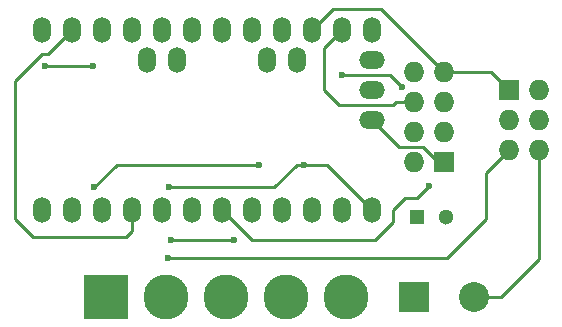
<source format=gtl>
G04 #@! TF.FileFunction,Copper,L1,Top,Signal*
%FSLAX46Y46*%
G04 Gerber Fmt 4.6, Leading zero omitted, Abs format (unit mm)*
G04 Created by KiCad (PCBNEW 4.0.2-stable) date 01.11.2016 20:23:11*
%MOMM*%
G01*
G04 APERTURE LIST*
%ADD10C,0.100000*%
%ADD11O,1.501140X2.199640*%
%ADD12O,2.199640X1.501140*%
%ADD13O,1.727200X1.727200*%
%ADD14R,1.727200X1.727200*%
%ADD15R,1.300000X1.300000*%
%ADD16C,1.300000*%
%ADD17C,3.810000*%
%ADD18R,3.810000X3.810000*%
%ADD19R,2.540000X2.540000*%
%ADD20C,2.540000*%
%ADD21C,0.600000*%
%ADD22C,0.250000*%
G04 APERTURE END LIST*
D10*
D11*
X127000000Y-74930000D03*
X129540000Y-74930000D03*
X107950000Y-87630000D03*
X110490000Y-87630000D03*
X113030000Y-87630000D03*
X115570000Y-87630000D03*
X118110000Y-87630000D03*
X120650000Y-87630000D03*
X123190000Y-87630000D03*
X125730000Y-87630000D03*
X128270000Y-87630000D03*
X130810000Y-87630000D03*
X133350000Y-87630000D03*
X135890000Y-87630000D03*
X135890000Y-72390000D03*
X133350000Y-72390000D03*
X130810000Y-72390000D03*
X128270000Y-72390000D03*
X125730000Y-72390000D03*
X123190000Y-72390000D03*
X120650000Y-72390000D03*
X118110000Y-72390000D03*
X115570000Y-72390000D03*
X113030000Y-72390000D03*
X110490000Y-72390000D03*
X107950000Y-72390000D03*
X119380000Y-74930000D03*
X116840000Y-74930000D03*
D12*
X135890000Y-74930000D03*
X135890000Y-77470000D03*
X135890000Y-80010000D03*
D13*
X141986000Y-75946000D03*
X139446000Y-75946000D03*
X141986000Y-78486000D03*
X139446000Y-78486000D03*
X141986000Y-81026000D03*
X139446000Y-81026000D03*
D14*
X141986000Y-83566000D03*
D13*
X139446000Y-83566000D03*
D15*
X139700000Y-88265000D03*
D16*
X142200000Y-88265000D03*
D17*
X118420000Y-95000000D03*
X123500000Y-95000000D03*
D18*
X113340000Y-95000000D03*
D17*
X128580000Y-95000000D03*
X133660000Y-95000000D03*
D19*
X139460000Y-95000000D03*
D20*
X144540000Y-95000000D03*
D14*
X147500000Y-77500000D03*
D13*
X150040000Y-77500000D03*
X147500000Y-80040000D03*
X150040000Y-80040000D03*
X147500000Y-82580000D03*
X150040000Y-82580000D03*
D21*
X133350000Y-76200000D03*
X138430000Y-77216000D03*
X118618000Y-91694000D03*
X112268000Y-75438000D03*
X108204000Y-75438000D03*
X124206000Y-90170000D03*
X118872000Y-90170000D03*
X126365000Y-83820000D03*
X112395000Y-85725000D03*
X130175000Y-83820000D03*
X118745000Y-85725000D03*
X140716000Y-85598000D03*
D22*
X115570000Y-87630000D02*
X115570000Y-89408000D01*
X108458000Y-74422000D02*
X110490000Y-72390000D01*
X107950000Y-74422000D02*
X108458000Y-74422000D01*
X105664000Y-76708000D02*
X107950000Y-74422000D01*
X105664000Y-88392000D02*
X105664000Y-76708000D01*
X107188000Y-89916000D02*
X105664000Y-88392000D01*
X115062000Y-89916000D02*
X107188000Y-89916000D01*
X115570000Y-89408000D02*
X115062000Y-89916000D01*
X144540000Y-95000000D02*
X146808000Y-95000000D01*
X150040000Y-91768000D02*
X150040000Y-82580000D01*
X146808000Y-95000000D02*
X150040000Y-91768000D01*
X141986000Y-83566000D02*
X141478000Y-83566000D01*
X141478000Y-83566000D02*
X140208000Y-82296000D01*
X140208000Y-82296000D02*
X138176000Y-82296000D01*
X138176000Y-82296000D02*
X135890000Y-80010000D01*
X141986000Y-75946000D02*
X136652000Y-70612000D01*
X132588000Y-70612000D02*
X130810000Y-72390000D01*
X136652000Y-70612000D02*
X132588000Y-70612000D01*
X141986000Y-75946000D02*
X145946000Y-75946000D01*
X145946000Y-75946000D02*
X147500000Y-77500000D01*
X137414000Y-76200000D02*
X133350000Y-76200000D01*
X138430000Y-77216000D02*
X137414000Y-76200000D01*
X139446000Y-78486000D02*
X137922000Y-78486000D01*
X131826000Y-73914000D02*
X133350000Y-72390000D01*
X131826000Y-77470000D02*
X131826000Y-73914000D01*
X133096000Y-78740000D02*
X131826000Y-77470000D01*
X137668000Y-78740000D02*
X133096000Y-78740000D01*
X137922000Y-78486000D02*
X137668000Y-78740000D01*
X145542000Y-84538000D02*
X147500000Y-82580000D01*
X145542000Y-88392000D02*
X145542000Y-84538000D01*
X142240000Y-91694000D02*
X145542000Y-88392000D01*
X118618000Y-91694000D02*
X142240000Y-91694000D01*
X108204000Y-75438000D02*
X112268000Y-75438000D01*
X118872000Y-90170000D02*
X124206000Y-90170000D01*
X114300000Y-83820000D02*
X126365000Y-83820000D01*
X112395000Y-85725000D02*
X114300000Y-83820000D01*
X130175000Y-83820000D02*
X132080000Y-83820000D01*
X132080000Y-83820000D02*
X135890000Y-87630000D01*
X129540000Y-83820000D02*
X130175000Y-83820000D01*
X127635000Y-85725000D02*
X129540000Y-83820000D01*
X118745000Y-85725000D02*
X127635000Y-85725000D01*
X140716000Y-85598000D02*
X139700000Y-86614000D01*
X139700000Y-86614000D02*
X138684000Y-86614000D01*
X138684000Y-86614000D02*
X137668000Y-87630000D01*
X137668000Y-87630000D02*
X137668000Y-88646000D01*
X137668000Y-88646000D02*
X136144000Y-90170000D01*
X136144000Y-90170000D02*
X125730000Y-90170000D01*
X125730000Y-90170000D02*
X123190000Y-87630000D01*
M02*

</source>
